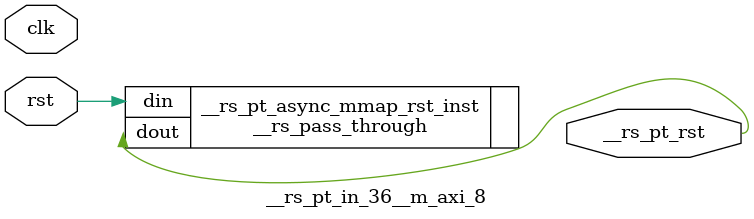
<source format=v>
`timescale 1 ns / 1 ps
/**   Generated by RapidStream   **/
module __rs_pt_in_36__m_axi_8 #(
    parameter BufferSize         = 32,
    parameter BufferSizeLog      = 5,
    parameter AddrWidth          = 64,
    parameter AxiSideAddrWidth   = 64,
    parameter DataWidth          = 512,
    parameter DataWidthBytesLog  = 6,
    parameter WaitTimeWidth      = 4,
    parameter BurstLenWidth      = 8,
    parameter EnableReadChannel  = 1,
    parameter EnableWriteChannel = 1,
    parameter MaxWaitTime        = 3,
    parameter MaxBurstLen        = 15
) (
    output wire __rs_pt_rst,
    input wire  clk,
    input wire  rst
);




__rs_pass_through #(
    .WIDTH (1)
) __rs_pt_async_mmap_rst_inst /**   Generated by RapidStream   **/ (
    .din  (rst),
    .dout (__rs_pt_rst)
);

endmodule  // __rs_pt_in_36__m_axi_8
</source>
